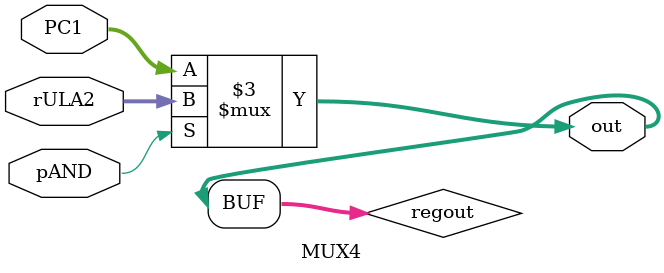
<source format=v>
module MUX4 (
  input wire [7:0] PC1,
  input wire [7:0] rULA2,
  output wire [7:0] out,
  input wire pAND
);
  reg [7:0] regout;
  
  
  always @(PC1 or rULA2 or pAND)
    begin
        regout = PC1;
        if (pAND) begin
            regout = rULA2;
        end 
    end
  assign out = regout;
endmodule
</source>
